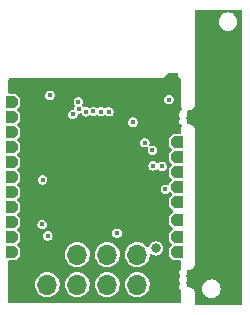
<source format=gbr>
%TF.GenerationSoftware,KiCad,Pcbnew,(5.99.0-10506-gb986797469)*%
%TF.CreationDate,2022-01-12T00:10:20+01:00*%
%TF.ProjectId,ESP31_V3,45535033-315f-4563-932e-6b696361645f,rev?*%
%TF.SameCoordinates,Original*%
%TF.FileFunction,Copper,L2,Inr*%
%TF.FilePolarity,Positive*%
%FSLAX46Y46*%
G04 Gerber Fmt 4.6, Leading zero omitted, Abs format (unit mm)*
G04 Created by KiCad (PCBNEW (5.99.0-10506-gb986797469)) date 2022-01-12 00:10:20*
%MOMM*%
%LPD*%
G01*
G04 APERTURE LIST*
G04 Aperture macros list*
%AMOutline5P*
0 Free polygon, 5 corners , with rotation*
0 The origin of the aperture is its center*
0 number of corners: always 8*
0 $1 to $10 corner X, Y*
0 $11 Rotation angle, in degrees counterclockwise*
0 create outline with 8 corners*
4,1,5,$1,$2,$3,$4,$5,$6,$7,$8,$9,$10,$1,$2,$11*%
%AMOutline6P*
0 Free polygon, 6 corners , with rotation*
0 The origin of the aperture is its center*
0 number of corners: always 6*
0 $1 to $12 corner X, Y*
0 $13 Rotation angle, in degrees counterclockwise*
0 create outline with 6 corners*
4,1,6,$1,$2,$3,$4,$5,$6,$7,$8,$9,$10,$11,$12,$1,$2,$13*%
%AMOutline7P*
0 Free polygon, 7 corners , with rotation*
0 The origin of the aperture is its center*
0 number of corners: always 7*
0 $1 to $14 corner X, Y*
0 $15 Rotation angle, in degrees counterclockwise*
0 create outline with 7 corners*
4,1,7,$1,$2,$3,$4,$5,$6,$7,$8,$9,$10,$11,$12,$13,$14,$1,$2,$15*%
%AMOutline8P*
0 Free polygon, 8 corners , with rotation*
0 The origin of the aperture is its center*
0 number of corners: always 8*
0 $1 to $16 corner X, Y*
0 $17 Rotation angle, in degrees counterclockwise*
0 create outline with 8 corners*
4,1,8,$1,$2,$3,$4,$5,$6,$7,$8,$9,$10,$11,$12,$13,$14,$15,$16,$1,$2,$17*%
G04 Aperture macros list end*
%TA.AperFunction,ComponentPad*%
%ADD10Outline6P,0.250000X-0.500000X-0.500000X-0.500000X-0.500000X0.500000X0.250000X0.500000X0.500000X0.250000X0.500000X-0.250000X180.000000*%
%TD*%
%TA.AperFunction,ComponentPad*%
%ADD11Outline6P,0.250000X-0.500000X-0.500000X-0.500000X-0.500000X0.500000X0.250000X0.500000X0.500000X0.250000X0.500000X-0.250000X0.000000*%
%TD*%
%TA.AperFunction,ComponentPad*%
%ADD12R,0.900000X0.500000*%
%TD*%
%TA.AperFunction,ComponentPad*%
%ADD13R,1.700000X1.700000*%
%TD*%
%TA.AperFunction,ComponentPad*%
%ADD14O,1.700000X1.700000*%
%TD*%
%TA.AperFunction,ViaPad*%
%ADD15C,0.400000*%
%TD*%
%TA.AperFunction,ViaPad*%
%ADD16C,0.800000*%
%TD*%
G04 APERTURE END LIST*
D10*
%TO.N,/IO5*%
%TO.C,J5*%
X118500000Y-107780000D03*
%TD*%
%TO.N,/IO21*%
%TO.C,J10*%
X118500000Y-101180000D03*
%TD*%
%TO.N,/IO10*%
%TO.C,J7*%
X118500000Y-109230000D03*
%TD*%
D11*
%TO.N,/IO34*%
%TO.C,J18*%
X104500000Y-102870000D03*
%TD*%
D10*
%TO.N,/IO19*%
%TO.C,J9*%
X118500000Y-103720000D03*
%TD*%
%TO.N,/IO9*%
%TO.C,J6*%
X118500000Y-110500000D03*
%TD*%
%TO.N,/IO23*%
%TO.C,J12*%
X118500000Y-104990000D03*
%TD*%
D11*
%TO.N,/IO35*%
%TO.C,J19*%
X104500000Y-100330000D03*
%TD*%
%TO.N,/IO25*%
%TO.C,J13*%
X104500000Y-107950000D03*
%TD*%
%TO.N,/IO27*%
%TO.C,J15*%
X104500000Y-110490000D03*
%TD*%
%TO.N,/IO33*%
%TO.C,J17*%
X104500000Y-106680000D03*
%TD*%
%TO.N,/IO26*%
%TO.C,J14*%
X104500000Y-109220000D03*
%TD*%
D10*
%TO.N,/IO18*%
%TO.C,J8*%
X118500000Y-106260000D03*
%TD*%
D12*
%TO.N,GND*%
%TO.C,AE1*%
X118150000Y-95625000D03*
%TD*%
D11*
%TO.N,/CAPN*%
%TO.C,J3*%
X104500000Y-105410000D03*
%TD*%
%TO.N,/SENS_VN*%
%TO.C,J4*%
X104500000Y-104140000D03*
%TD*%
D10*
%TO.N,/IO22*%
%TO.C,J11*%
X118500000Y-102450000D03*
%TD*%
D11*
%TO.N,/SENS_VP*%
%TO.C,J1*%
X104500000Y-97790000D03*
%TD*%
%TO.N,/IO32*%
%TO.C,J16*%
X104500000Y-101600000D03*
%TD*%
%TO.N,/CAPP*%
%TO.C,J2*%
X104500000Y-99060000D03*
%TD*%
D13*
%TO.N,GND*%
%TO.C,J20*%
X107500000Y-110725000D03*
D14*
%TO.N,/IO1*%
X107500000Y-113265000D03*
%TO.N,/IO2*%
X110040000Y-110725000D03*
%TO.N,/IO4*%
X110040000Y-113265000D03*
%TO.N,/IO0*%
X112580000Y-110725000D03*
%TO.N,/EN*%
X112580000Y-113265000D03*
%TO.N,/IO3*%
X115120000Y-110725000D03*
%TO.N,VIN*%
X115120000Y-113265000D03*
%TD*%
D15*
%TO.N,GND*%
X117350000Y-96150000D03*
X112889765Y-108410228D03*
X116130000Y-97680000D03*
X105500000Y-99300000D03*
X109100000Y-109150000D03*
X113900000Y-97100000D03*
X104550000Y-96200000D03*
X113550000Y-96200000D03*
X114850000Y-98150000D03*
X108580000Y-107330000D03*
X118500000Y-98500000D03*
X116530000Y-97200000D03*
X116750000Y-96050000D03*
X111500000Y-103000000D03*
X106650000Y-98200000D03*
X114200000Y-108900000D03*
X108508800Y-97256600D03*
X116500000Y-111100000D03*
X104500000Y-113750000D03*
X110500000Y-102000000D03*
X108740000Y-113670000D03*
X118500000Y-97750000D03*
X118500000Y-100000000D03*
X115350000Y-96050000D03*
X116750000Y-96600000D03*
X115150000Y-96600000D03*
X109900000Y-107400000D03*
X112500000Y-102000000D03*
X112500000Y-104000000D03*
X118500000Y-96250000D03*
X111750000Y-96200000D03*
X118500000Y-99250000D03*
X114503200Y-96800000D03*
X114400000Y-96200000D03*
X113374500Y-97587566D03*
X110150000Y-96200000D03*
X118500000Y-112750000D03*
X104500000Y-112750000D03*
X113621581Y-109899011D03*
X118500000Y-97000000D03*
X110500000Y-104000000D03*
X118500000Y-113750000D03*
X115450000Y-98050000D03*
X114450000Y-98700000D03*
%TO.N,/EN*%
X107725000Y-97227600D03*
X110162095Y-98373291D03*
%TO.N,+3V3*%
X110124000Y-97775000D03*
X114750000Y-99500000D03*
X113400000Y-108900000D03*
X116396800Y-101896800D03*
X115750000Y-101250000D03*
X107100000Y-104400000D03*
X117495701Y-105195701D03*
%TO.N,/IO1*%
X116464297Y-103214297D03*
%TO.N,/IO2*%
X107069740Y-108169740D03*
X117800000Y-97600000D03*
%TO.N,/IO4*%
X107542579Y-109142578D03*
%TO.N,/IO3*%
X117211935Y-103241894D03*
D16*
%TO.N,Net-(C1-Pad2)*%
X116700000Y-110200000D03*
D15*
%TO.N,/SENS_VN*%
X110808929Y-98625870D03*
%TO.N,/SENS_VP*%
X112700500Y-98625000D03*
%TO.N,/CAPP*%
X112057502Y-98617052D03*
%TO.N,/CAPN*%
X111408098Y-98605879D03*
%TO.N,/IO34*%
X109668798Y-98858724D03*
%TD*%
%TA.AperFunction,NonConductor*%
G36*
X123959191Y-90018907D02*
G01*
X123995155Y-90068407D01*
X124000000Y-90099000D01*
X124000000Y-114901000D01*
X123981093Y-114959191D01*
X123931593Y-114995155D01*
X123901000Y-115000000D01*
X120099000Y-115000000D01*
X120040809Y-114981093D01*
X120004845Y-114931593D01*
X120000000Y-114901000D01*
X120000000Y-114025613D01*
X120001957Y-114009265D01*
X120005286Y-114007741D01*
X120002667Y-113936096D01*
X120004416Y-113934687D01*
X120002359Y-113927681D01*
X120002092Y-113920381D01*
X119999985Y-113919597D01*
X119964095Y-113797364D01*
X119965583Y-113795221D01*
X119961685Y-113789156D01*
X119959654Y-113782238D01*
X119957060Y-113781959D01*
X119888207Y-113674820D01*
X119889031Y-113672346D01*
X119883583Y-113667626D01*
X119879684Y-113661558D01*
X119877116Y-113662021D01*
X119850844Y-113639256D01*
X119799243Y-113594544D01*
X120618519Y-113594544D01*
X120636731Y-113767816D01*
X120692878Y-113932747D01*
X120784170Y-114081139D01*
X120906069Y-114205619D01*
X120910723Y-114208618D01*
X120910725Y-114208620D01*
X121047866Y-114297001D01*
X121052518Y-114299999D01*
X121216236Y-114359588D01*
X121350111Y-114376500D01*
X121444575Y-114376500D01*
X121468451Y-114373822D01*
X121567643Y-114362696D01*
X121567647Y-114362695D01*
X121573140Y-114362079D01*
X121737675Y-114304782D01*
X121885427Y-114212456D01*
X122009053Y-114089691D01*
X122102408Y-113942587D01*
X122160852Y-113778456D01*
X122181481Y-113605456D01*
X122163269Y-113432184D01*
X122107122Y-113267253D01*
X122015830Y-113118861D01*
X121893931Y-112994381D01*
X121889277Y-112991382D01*
X121889275Y-112991380D01*
X121752134Y-112902999D01*
X121747482Y-112900001D01*
X121583764Y-112840412D01*
X121449889Y-112823500D01*
X121355425Y-112823500D01*
X121331549Y-112826178D01*
X121232357Y-112837304D01*
X121232353Y-112837305D01*
X121226860Y-112837921D01*
X121062325Y-112895218D01*
X120914573Y-112987544D01*
X120871554Y-113030263D01*
X120800233Y-113101088D01*
X120790947Y-113110309D01*
X120697592Y-113257413D01*
X120639148Y-113421544D01*
X120638493Y-113427037D01*
X120621068Y-113573171D01*
X120618519Y-113594544D01*
X119799243Y-113594544D01*
X119789322Y-113585948D01*
X119789321Y-113585947D01*
X119780868Y-113578623D01*
X119780962Y-113576016D01*
X119774403Y-113573021D01*
X119768954Y-113568299D01*
X119766621Y-113569467D01*
X119664221Y-113522702D01*
X119660939Y-113521203D01*
X119660937Y-113521203D01*
X119650776Y-113516562D01*
X119650131Y-113514034D01*
X119642994Y-113513008D01*
X119636436Y-113510013D01*
X119634527Y-113511790D01*
X119508468Y-113493666D01*
X119507137Y-113491422D01*
X119500000Y-113492448D01*
X119492863Y-113491422D01*
X119491532Y-113493666D01*
X119465499Y-113497409D01*
X119405210Y-113486976D01*
X119362568Y-113443098D01*
X119352779Y-113390876D01*
X119353698Y-113380263D01*
X119353698Y-113380261D01*
X119354404Y-113372108D01*
X119326262Y-113258814D01*
X119262939Y-113160744D01*
X119262502Y-113160399D01*
X119238992Y-113108326D01*
X119251401Y-113048413D01*
X119264697Y-113030263D01*
X119291574Y-113001188D01*
X119297130Y-112995178D01*
X119300438Y-112987695D01*
X119300440Y-112987692D01*
X119341023Y-112895893D01*
X119341024Y-112895890D01*
X119344331Y-112888409D01*
X119349573Y-112827892D01*
X119353698Y-112780261D01*
X119353698Y-112780260D01*
X119354404Y-112772108D01*
X119326262Y-112658814D01*
X119262939Y-112560744D01*
X119262502Y-112560399D01*
X119238992Y-112508326D01*
X119251401Y-112448413D01*
X119264697Y-112430263D01*
X119291574Y-112401188D01*
X119297130Y-112395178D01*
X119300438Y-112387695D01*
X119300440Y-112387692D01*
X119341023Y-112295893D01*
X119341024Y-112295890D01*
X119344331Y-112288409D01*
X119349573Y-112227892D01*
X119353698Y-112180261D01*
X119353698Y-112180260D01*
X119354404Y-112172108D01*
X119342093Y-112122546D01*
X119346414Y-112061513D01*
X119385785Y-112014677D01*
X119445166Y-111999927D01*
X119452262Y-112000688D01*
X119491532Y-112006334D01*
X119492863Y-112008578D01*
X119500000Y-112007552D01*
X119507137Y-112008578D01*
X119508468Y-112006334D01*
X119634527Y-111988210D01*
X119636436Y-111989987D01*
X119642994Y-111986992D01*
X119650131Y-111985966D01*
X119650776Y-111983438D01*
X119700469Y-111960744D01*
X119756455Y-111935176D01*
X119756456Y-111935175D01*
X119766621Y-111930533D01*
X119768954Y-111931701D01*
X119774403Y-111926979D01*
X119780962Y-111923984D01*
X119780868Y-111921377D01*
X119785894Y-111917022D01*
X119785896Y-111917021D01*
X119847470Y-111863667D01*
X119877116Y-111837979D01*
X119879684Y-111838442D01*
X119883583Y-111832374D01*
X119889031Y-111827654D01*
X119888207Y-111825180D01*
X119957060Y-111718041D01*
X119959654Y-111717762D01*
X119961685Y-111710844D01*
X119965583Y-111704779D01*
X119964095Y-111702636D01*
X119999985Y-111580403D01*
X120002092Y-111579619D01*
X120002359Y-111572319D01*
X120004416Y-111565313D01*
X120002667Y-111563904D01*
X120005286Y-111492259D01*
X120001833Y-111490678D01*
X120000000Y-111477559D01*
X120000000Y-100225613D01*
X120001957Y-100209265D01*
X120005286Y-100207741D01*
X120002667Y-100136096D01*
X120004416Y-100134687D01*
X120002359Y-100127681D01*
X120002092Y-100120381D01*
X119999985Y-100119597D01*
X119964095Y-99997364D01*
X119965583Y-99995221D01*
X119961685Y-99989156D01*
X119959654Y-99982238D01*
X119957060Y-99981959D01*
X119888207Y-99874820D01*
X119889031Y-99872346D01*
X119883583Y-99867626D01*
X119879684Y-99861558D01*
X119877116Y-99862021D01*
X119780868Y-99778623D01*
X119780962Y-99776016D01*
X119774403Y-99773021D01*
X119768954Y-99768299D01*
X119766621Y-99769467D01*
X119760571Y-99766704D01*
X119660939Y-99721203D01*
X119660937Y-99721203D01*
X119650776Y-99716562D01*
X119650131Y-99714034D01*
X119642994Y-99713008D01*
X119636436Y-99710013D01*
X119634527Y-99711790D01*
X119508468Y-99693666D01*
X119507137Y-99691422D01*
X119500000Y-99692448D01*
X119492863Y-99691422D01*
X119491532Y-99693666D01*
X119414335Y-99704765D01*
X119354046Y-99694332D01*
X119311403Y-99650454D01*
X119302696Y-99589891D01*
X119309700Y-99566744D01*
X119341023Y-99495893D01*
X119341024Y-99495890D01*
X119344331Y-99488409D01*
X119349573Y-99427892D01*
X119353698Y-99380261D01*
X119353698Y-99380260D01*
X119354404Y-99372108D01*
X119326262Y-99258814D01*
X119262939Y-99160744D01*
X119262502Y-99160399D01*
X119238992Y-99108326D01*
X119251401Y-99048413D01*
X119264697Y-99030263D01*
X119291574Y-99001188D01*
X119297130Y-98995178D01*
X119300438Y-98987695D01*
X119300440Y-98987692D01*
X119341023Y-98895893D01*
X119341024Y-98895890D01*
X119344331Y-98888409D01*
X119349573Y-98827892D01*
X119353698Y-98780261D01*
X119353698Y-98780260D01*
X119354404Y-98772108D01*
X119326262Y-98658814D01*
X119318742Y-98647167D01*
X119303062Y-98588026D01*
X119325138Y-98530963D01*
X119376540Y-98497773D01*
X119416000Y-98495475D01*
X119466975Y-98502803D01*
X119491532Y-98506334D01*
X119492863Y-98508578D01*
X119500000Y-98507552D01*
X119507137Y-98508578D01*
X119508468Y-98506334D01*
X119634527Y-98488210D01*
X119636436Y-98489987D01*
X119642994Y-98486992D01*
X119650131Y-98485966D01*
X119650776Y-98483438D01*
X119664221Y-98477298D01*
X119756455Y-98435176D01*
X119756456Y-98435175D01*
X119766621Y-98430533D01*
X119768954Y-98431701D01*
X119774403Y-98426979D01*
X119780962Y-98423984D01*
X119780868Y-98421377D01*
X119785894Y-98417022D01*
X119785896Y-98417021D01*
X119834054Y-98375291D01*
X119877116Y-98337979D01*
X119879684Y-98338442D01*
X119883583Y-98332374D01*
X119889031Y-98327654D01*
X119888207Y-98325180D01*
X119957060Y-98218041D01*
X119959654Y-98217762D01*
X119961685Y-98210844D01*
X119965583Y-98204779D01*
X119964095Y-98202636D01*
X119999985Y-98080403D01*
X120002092Y-98079619D01*
X120002359Y-98072319D01*
X120004416Y-98065313D01*
X120002667Y-98063904D01*
X120005286Y-97992259D01*
X120001833Y-97990678D01*
X120000000Y-97977559D01*
X120000000Y-90994544D01*
X122018519Y-90994544D01*
X122036731Y-91167816D01*
X122092878Y-91332747D01*
X122184170Y-91481139D01*
X122306069Y-91605619D01*
X122310723Y-91608618D01*
X122310725Y-91608620D01*
X122447866Y-91697001D01*
X122452518Y-91699999D01*
X122616236Y-91759588D01*
X122750111Y-91776500D01*
X122844575Y-91776500D01*
X122868451Y-91773822D01*
X122967643Y-91762696D01*
X122967647Y-91762695D01*
X122973140Y-91762079D01*
X123137675Y-91704782D01*
X123285427Y-91612456D01*
X123409053Y-91489691D01*
X123502408Y-91342587D01*
X123560852Y-91178456D01*
X123581481Y-91005456D01*
X123563269Y-90832184D01*
X123507122Y-90667253D01*
X123415830Y-90518861D01*
X123293931Y-90394381D01*
X123289277Y-90391382D01*
X123289275Y-90391380D01*
X123152134Y-90302999D01*
X123147482Y-90300001D01*
X122983764Y-90240412D01*
X122849889Y-90223500D01*
X122755425Y-90223500D01*
X122731549Y-90226178D01*
X122632357Y-90237304D01*
X122632353Y-90237305D01*
X122626860Y-90237921D01*
X122462325Y-90295218D01*
X122314573Y-90387544D01*
X122190947Y-90510309D01*
X122097592Y-90657413D01*
X122039148Y-90821544D01*
X122018519Y-90994544D01*
X120000000Y-90994544D01*
X120000000Y-90099000D01*
X120018907Y-90040809D01*
X120068407Y-90004845D01*
X120099000Y-90000000D01*
X123901000Y-90000000D01*
X123959191Y-90018907D01*
G37*
%TD.AperFunction*%
%TA.AperFunction,Conductor*%
%TO.N,GND*%
G36*
X118417774Y-95418907D02*
G01*
X118428869Y-95428286D01*
X118770286Y-95762806D01*
X118798618Y-95817036D01*
X118800000Y-95833520D01*
X118800000Y-97946418D01*
X118798228Y-97965063D01*
X118794329Y-97985395D01*
X118794534Y-97990994D01*
X118796157Y-98035375D01*
X118793067Y-98035488D01*
X118793232Y-98037213D01*
X118795457Y-98037080D01*
X118795457Y-98037082D01*
X118797360Y-98069002D01*
X118797466Y-98071202D01*
X118798553Y-98100909D01*
X118799467Y-98104335D01*
X118799689Y-98108052D01*
X118801265Y-98113421D01*
X118801266Y-98113424D01*
X118807806Y-98135697D01*
X118808467Y-98138057D01*
X118816842Y-98169434D01*
X118813845Y-98170234D01*
X118814175Y-98172146D01*
X118818164Y-98170974D01*
X118818165Y-98170975D01*
X118834816Y-98227683D01*
X118835009Y-98228619D01*
X118834443Y-98234073D01*
X118845714Y-98265419D01*
X118847537Y-98271008D01*
X118852389Y-98287532D01*
X118855099Y-98292379D01*
X118855883Y-98294245D01*
X118856604Y-98295708D01*
X118858499Y-98300976D01*
X118861526Y-98305686D01*
X118861527Y-98305688D01*
X118867700Y-98315294D01*
X118870823Y-98320497D01*
X118886524Y-98348575D01*
X118898422Y-98408593D01*
X118872771Y-98464141D01*
X118847128Y-98484019D01*
X118782112Y-98519100D01*
X118776559Y-98525108D01*
X118776558Y-98525108D01*
X118767540Y-98534864D01*
X118702870Y-98604822D01*
X118699562Y-98612305D01*
X118699560Y-98612308D01*
X118658977Y-98704107D01*
X118658976Y-98704110D01*
X118655669Y-98711591D01*
X118654963Y-98719739D01*
X118654963Y-98719740D01*
X118649928Y-98777871D01*
X118645596Y-98827892D01*
X118647569Y-98835834D01*
X118647569Y-98835836D01*
X118655987Y-98869723D01*
X118673738Y-98941186D01*
X118678177Y-98948060D01*
X118678177Y-98948061D01*
X118684247Y-98957462D01*
X118737061Y-99039256D01*
X118737498Y-99039601D01*
X118761008Y-99091674D01*
X118748599Y-99151587D01*
X118735304Y-99169736D01*
X118702870Y-99204822D01*
X118699562Y-99212305D01*
X118699560Y-99212308D01*
X118658977Y-99304107D01*
X118658976Y-99304110D01*
X118655669Y-99311591D01*
X118654963Y-99319739D01*
X118654963Y-99319740D01*
X118646302Y-99419739D01*
X118645596Y-99427892D01*
X118647569Y-99435834D01*
X118647569Y-99435836D01*
X118668672Y-99520792D01*
X118673738Y-99541186D01*
X118737061Y-99639256D01*
X118743486Y-99644321D01*
X118743487Y-99644322D01*
X118782899Y-99675391D01*
X118828737Y-99711527D01*
X118836459Y-99714239D01*
X118843628Y-99718180D01*
X118842236Y-99720711D01*
X118880092Y-99749608D01*
X118897617Y-99808230D01*
X118884968Y-99854357D01*
X118870942Y-99879337D01*
X118867903Y-99884391D01*
X118861603Y-99894193D01*
X118861601Y-99894197D01*
X118858603Y-99898862D01*
X118856717Y-99904078D01*
X118855811Y-99905911D01*
X118855182Y-99907405D01*
X118852443Y-99912283D01*
X118850867Y-99917652D01*
X118850864Y-99917658D01*
X118847645Y-99928621D01*
X118845758Y-99934387D01*
X118838278Y-99955076D01*
X118838277Y-99955081D01*
X118834488Y-99965562D01*
X118835061Y-99971175D01*
X118834844Y-99972221D01*
X118818219Y-100028841D01*
X118815264Y-100027973D01*
X118814873Y-100029664D01*
X118817014Y-100030239D01*
X118808707Y-100061145D01*
X118808093Y-100063327D01*
X118799744Y-100091763D01*
X118799527Y-100095303D01*
X118798560Y-100098899D01*
X118798355Y-100104498D01*
X118798355Y-100104500D01*
X118797507Y-100127699D01*
X118797388Y-100130137D01*
X118795397Y-100162555D01*
X118792301Y-100162365D01*
X118792008Y-100164283D01*
X118796164Y-100164435D01*
X118794336Y-100214413D01*
X118795372Y-100219865D01*
X118798261Y-100235074D01*
X118800000Y-100253551D01*
X118800000Y-100380500D01*
X118781093Y-100438691D01*
X118731593Y-100474655D01*
X118701000Y-100479500D01*
X118166950Y-100479500D01*
X117799500Y-100846950D01*
X117799500Y-101513050D01*
X118031446Y-101744996D01*
X118059223Y-101799513D01*
X118049652Y-101859945D01*
X118031446Y-101885004D01*
X117799500Y-102116950D01*
X117799500Y-102783050D01*
X118031446Y-103014996D01*
X118059223Y-103069513D01*
X118049652Y-103129945D01*
X118031446Y-103155004D01*
X117799500Y-103386950D01*
X117799500Y-104053050D01*
X118031446Y-104284996D01*
X118059223Y-104339513D01*
X118049652Y-104399945D01*
X118031446Y-104425004D01*
X117799500Y-104656950D01*
X117799500Y-104739441D01*
X117780593Y-104797632D01*
X117731093Y-104833596D01*
X117669907Y-104833596D01*
X117655555Y-104827651D01*
X117627947Y-104813584D01*
X117621007Y-104810048D01*
X117613313Y-104808829D01*
X117613312Y-104808829D01*
X117503397Y-104791420D01*
X117495701Y-104790201D01*
X117488005Y-104791420D01*
X117378090Y-104808829D01*
X117378089Y-104808829D01*
X117370395Y-104810048D01*
X117363455Y-104813584D01*
X117264293Y-104864109D01*
X117264291Y-104864110D01*
X117257354Y-104867645D01*
X117167645Y-104957354D01*
X117110048Y-105070395D01*
X117090201Y-105195701D01*
X117110048Y-105321007D01*
X117167645Y-105434048D01*
X117257354Y-105523757D01*
X117264291Y-105527292D01*
X117264293Y-105527293D01*
X117318664Y-105554996D01*
X117370395Y-105581354D01*
X117378089Y-105582573D01*
X117378090Y-105582573D01*
X117488005Y-105599982D01*
X117495701Y-105601201D01*
X117503397Y-105599982D01*
X117613312Y-105582573D01*
X117613313Y-105582573D01*
X117621007Y-105581354D01*
X117672738Y-105554996D01*
X117727109Y-105527293D01*
X117727111Y-105527292D01*
X117734048Y-105523757D01*
X117739554Y-105518251D01*
X117739558Y-105518248D01*
X117797125Y-105460682D01*
X117851642Y-105432905D01*
X117912074Y-105442477D01*
X117937132Y-105460682D01*
X118031446Y-105554996D01*
X118059223Y-105609513D01*
X118049652Y-105669945D01*
X118031446Y-105695004D01*
X117799500Y-105926950D01*
X117799500Y-106593050D01*
X118156446Y-106949996D01*
X118184223Y-107004513D01*
X118174652Y-107064945D01*
X118156446Y-107090004D01*
X117799500Y-107446950D01*
X117799500Y-108113050D01*
X118121446Y-108434996D01*
X118149223Y-108489513D01*
X118139652Y-108549945D01*
X118121446Y-108575004D01*
X117799500Y-108896950D01*
X117799500Y-109563050D01*
X118031446Y-109794996D01*
X118059223Y-109849513D01*
X118049652Y-109909945D01*
X118031446Y-109935004D01*
X117799500Y-110166950D01*
X117799500Y-110833050D01*
X118166950Y-111200500D01*
X118701000Y-111200500D01*
X118759191Y-111219407D01*
X118795155Y-111268907D01*
X118800000Y-111299500D01*
X118800000Y-111446418D01*
X118798228Y-111465063D01*
X118794329Y-111485395D01*
X118794534Y-111490994D01*
X118796157Y-111535375D01*
X118793067Y-111535488D01*
X118793232Y-111537213D01*
X118795457Y-111537080D01*
X118795457Y-111537082D01*
X118797360Y-111569002D01*
X118797466Y-111571202D01*
X118798553Y-111600909D01*
X118799467Y-111604335D01*
X118799689Y-111608052D01*
X118801265Y-111613421D01*
X118801266Y-111613424D01*
X118807806Y-111635697D01*
X118808467Y-111638057D01*
X118816842Y-111669434D01*
X118813845Y-111670234D01*
X118814175Y-111672146D01*
X118818164Y-111670974D01*
X118818165Y-111670975D01*
X118834816Y-111727683D01*
X118835009Y-111728619D01*
X118834443Y-111734073D01*
X118845714Y-111765419D01*
X118847537Y-111771008D01*
X118852389Y-111787533D01*
X118850824Y-111787993D01*
X118855328Y-111841728D01*
X118823625Y-111894060D01*
X118805960Y-111906232D01*
X118782112Y-111919100D01*
X118702870Y-112004822D01*
X118699562Y-112012305D01*
X118699560Y-112012308D01*
X118658977Y-112104107D01*
X118658976Y-112104110D01*
X118655669Y-112111591D01*
X118654963Y-112119739D01*
X118654963Y-112119740D01*
X118647324Y-112207937D01*
X118645596Y-112227892D01*
X118647569Y-112235834D01*
X118647569Y-112235836D01*
X118662085Y-112294273D01*
X118673738Y-112341186D01*
X118678177Y-112348060D01*
X118678177Y-112348061D01*
X118703739Y-112387650D01*
X118737061Y-112439256D01*
X118737498Y-112439601D01*
X118761008Y-112491674D01*
X118748599Y-112551587D01*
X118735304Y-112569736D01*
X118702870Y-112604822D01*
X118699562Y-112612305D01*
X118699560Y-112612308D01*
X118658977Y-112704107D01*
X118658976Y-112704110D01*
X118655669Y-112711591D01*
X118654963Y-112719739D01*
X118654963Y-112719740D01*
X118646302Y-112819739D01*
X118645596Y-112827892D01*
X118673738Y-112941186D01*
X118737061Y-113039256D01*
X118737498Y-113039601D01*
X118761008Y-113091674D01*
X118748599Y-113151587D01*
X118735304Y-113169736D01*
X118702870Y-113204822D01*
X118699562Y-113212305D01*
X118699560Y-113212308D01*
X118658977Y-113304107D01*
X118658976Y-113304110D01*
X118655669Y-113311591D01*
X118654963Y-113319739D01*
X118654963Y-113319740D01*
X118654018Y-113330648D01*
X118645596Y-113427892D01*
X118647569Y-113435834D01*
X118647569Y-113435836D01*
X118661525Y-113492018D01*
X118673738Y-113541186D01*
X118737061Y-113639256D01*
X118743486Y-113644321D01*
X118743487Y-113644322D01*
X118795614Y-113685415D01*
X118829607Y-113736289D01*
X118829314Y-113791052D01*
X118818219Y-113828840D01*
X118815264Y-113827972D01*
X118814873Y-113829664D01*
X118817014Y-113830239D01*
X118808707Y-113861145D01*
X118808093Y-113863327D01*
X118799744Y-113891763D01*
X118799527Y-113895303D01*
X118798560Y-113898899D01*
X118798355Y-113904498D01*
X118798355Y-113904500D01*
X118797507Y-113927699D01*
X118797388Y-113930137D01*
X118795397Y-113962555D01*
X118792301Y-113962365D01*
X118792008Y-113964283D01*
X118796164Y-113964435D01*
X118794336Y-114014413D01*
X118795372Y-114019865D01*
X118798261Y-114035074D01*
X118800000Y-114053551D01*
X118800000Y-114701000D01*
X118781093Y-114759191D01*
X118731593Y-114795155D01*
X118701000Y-114800000D01*
X104299000Y-114800000D01*
X104240809Y-114781093D01*
X104204845Y-114731593D01*
X104200000Y-114701000D01*
X104200000Y-113250263D01*
X106444603Y-113250263D01*
X106448548Y-113297240D01*
X106460809Y-113443257D01*
X106461840Y-113455538D01*
X106463173Y-113460186D01*
X106463173Y-113460187D01*
X106514521Y-113639256D01*
X106518621Y-113653555D01*
X106612782Y-113836773D01*
X106740737Y-113998212D01*
X106744417Y-114001344D01*
X106744419Y-114001346D01*
X106805760Y-114053551D01*
X106897612Y-114131723D01*
X106901835Y-114134083D01*
X106901839Y-114134086D01*
X106947243Y-114159461D01*
X107077432Y-114232221D01*
X107082030Y-114233715D01*
X107268742Y-114294382D01*
X107268745Y-114294383D01*
X107273347Y-114295878D01*
X107477895Y-114320269D01*
X107482717Y-114319898D01*
X107482720Y-114319898D01*
X107678458Y-114304837D01*
X107678463Y-114304836D01*
X107683286Y-114304465D01*
X107881695Y-114249068D01*
X107912089Y-114233715D01*
X108061244Y-114158371D01*
X108061246Y-114158370D01*
X108065565Y-114156188D01*
X108227893Y-114029363D01*
X108231055Y-114025700D01*
X108231060Y-114025695D01*
X108340341Y-113899091D01*
X108362496Y-113873424D01*
X108369472Y-113861145D01*
X108461858Y-113698517D01*
X108461859Y-113698514D01*
X108464247Y-113694311D01*
X108467207Y-113685415D01*
X108527743Y-113503435D01*
X108527743Y-113503433D01*
X108529270Y-113498844D01*
X108530133Y-113492018D01*
X108551896Y-113319740D01*
X108555088Y-113294471D01*
X108555131Y-113291440D01*
X108555461Y-113267776D01*
X108555500Y-113265000D01*
X108555230Y-113262244D01*
X108554055Y-113250263D01*
X108984603Y-113250263D01*
X108988548Y-113297240D01*
X109000809Y-113443257D01*
X109001840Y-113455538D01*
X109003173Y-113460186D01*
X109003173Y-113460187D01*
X109054521Y-113639256D01*
X109058621Y-113653555D01*
X109152782Y-113836773D01*
X109280737Y-113998212D01*
X109284417Y-114001344D01*
X109284419Y-114001346D01*
X109345760Y-114053551D01*
X109437612Y-114131723D01*
X109441835Y-114134083D01*
X109441839Y-114134086D01*
X109487243Y-114159461D01*
X109617432Y-114232221D01*
X109622030Y-114233715D01*
X109808742Y-114294382D01*
X109808745Y-114294383D01*
X109813347Y-114295878D01*
X110017895Y-114320269D01*
X110022717Y-114319898D01*
X110022720Y-114319898D01*
X110218458Y-114304837D01*
X110218463Y-114304836D01*
X110223286Y-114304465D01*
X110421695Y-114249068D01*
X110452089Y-114233715D01*
X110601244Y-114158371D01*
X110601246Y-114158370D01*
X110605565Y-114156188D01*
X110767893Y-114029363D01*
X110771055Y-114025700D01*
X110771060Y-114025695D01*
X110880341Y-113899091D01*
X110902496Y-113873424D01*
X110909472Y-113861145D01*
X111001858Y-113698517D01*
X111001859Y-113698514D01*
X111004247Y-113694311D01*
X111007207Y-113685415D01*
X111067743Y-113503435D01*
X111067743Y-113503433D01*
X111069270Y-113498844D01*
X111070133Y-113492018D01*
X111091896Y-113319740D01*
X111095088Y-113294471D01*
X111095131Y-113291440D01*
X111095461Y-113267776D01*
X111095500Y-113265000D01*
X111095230Y-113262244D01*
X111094055Y-113250263D01*
X111524603Y-113250263D01*
X111528548Y-113297240D01*
X111540809Y-113443257D01*
X111541840Y-113455538D01*
X111543173Y-113460186D01*
X111543173Y-113460187D01*
X111594521Y-113639256D01*
X111598621Y-113653555D01*
X111692782Y-113836773D01*
X111820737Y-113998212D01*
X111824417Y-114001344D01*
X111824419Y-114001346D01*
X111885760Y-114053551D01*
X111977612Y-114131723D01*
X111981835Y-114134083D01*
X111981839Y-114134086D01*
X112027243Y-114159461D01*
X112157432Y-114232221D01*
X112162030Y-114233715D01*
X112348742Y-114294382D01*
X112348745Y-114294383D01*
X112353347Y-114295878D01*
X112557895Y-114320269D01*
X112562717Y-114319898D01*
X112562720Y-114319898D01*
X112758458Y-114304837D01*
X112758463Y-114304836D01*
X112763286Y-114304465D01*
X112961695Y-114249068D01*
X112992089Y-114233715D01*
X113141244Y-114158371D01*
X113141246Y-114158370D01*
X113145565Y-114156188D01*
X113307893Y-114029363D01*
X113311055Y-114025700D01*
X113311060Y-114025695D01*
X113420341Y-113899091D01*
X113442496Y-113873424D01*
X113449472Y-113861145D01*
X113541858Y-113698517D01*
X113541859Y-113698514D01*
X113544247Y-113694311D01*
X113547207Y-113685415D01*
X113607743Y-113503435D01*
X113607743Y-113503433D01*
X113609270Y-113498844D01*
X113610133Y-113492018D01*
X113631896Y-113319740D01*
X113635088Y-113294471D01*
X113635131Y-113291440D01*
X113635461Y-113267776D01*
X113635500Y-113265000D01*
X113635230Y-113262244D01*
X113634055Y-113250263D01*
X114064603Y-113250263D01*
X114068548Y-113297240D01*
X114080809Y-113443257D01*
X114081840Y-113455538D01*
X114083173Y-113460186D01*
X114083173Y-113460187D01*
X114134521Y-113639256D01*
X114138621Y-113653555D01*
X114232782Y-113836773D01*
X114360737Y-113998212D01*
X114364417Y-114001344D01*
X114364419Y-114001346D01*
X114425760Y-114053551D01*
X114517612Y-114131723D01*
X114521835Y-114134083D01*
X114521839Y-114134086D01*
X114567243Y-114159461D01*
X114697432Y-114232221D01*
X114702030Y-114233715D01*
X114888742Y-114294382D01*
X114888745Y-114294383D01*
X114893347Y-114295878D01*
X115097895Y-114320269D01*
X115102717Y-114319898D01*
X115102720Y-114319898D01*
X115298458Y-114304837D01*
X115298463Y-114304836D01*
X115303286Y-114304465D01*
X115501695Y-114249068D01*
X115532089Y-114233715D01*
X115681244Y-114158371D01*
X115681246Y-114158370D01*
X115685565Y-114156188D01*
X115847893Y-114029363D01*
X115851055Y-114025700D01*
X115851060Y-114025695D01*
X115960341Y-113899091D01*
X115982496Y-113873424D01*
X115989472Y-113861145D01*
X116081858Y-113698517D01*
X116081859Y-113698514D01*
X116084247Y-113694311D01*
X116087207Y-113685415D01*
X116147743Y-113503435D01*
X116147743Y-113503433D01*
X116149270Y-113498844D01*
X116150133Y-113492018D01*
X116171896Y-113319740D01*
X116175088Y-113294471D01*
X116175131Y-113291440D01*
X116175461Y-113267776D01*
X116175500Y-113265000D01*
X116175230Y-113262244D01*
X116155870Y-113064796D01*
X116155869Y-113064792D01*
X116155398Y-113059986D01*
X116152493Y-113050362D01*
X116117132Y-112933243D01*
X116095858Y-112862780D01*
X115999148Y-112680895D01*
X115868952Y-112521259D01*
X115852734Y-112507842D01*
X115713955Y-112393034D01*
X115713953Y-112393033D01*
X115710228Y-112389951D01*
X115529023Y-112291973D01*
X115465952Y-112272449D01*
X115336859Y-112232488D01*
X115336855Y-112232487D01*
X115332238Y-112231058D01*
X115327431Y-112230553D01*
X115327427Y-112230552D01*
X115132185Y-112210032D01*
X115132183Y-112210032D01*
X115127369Y-112209526D01*
X115059372Y-112215714D01*
X114927039Y-112227757D01*
X114927036Y-112227758D01*
X114922219Y-112228196D01*
X114917577Y-112229562D01*
X114917573Y-112229563D01*
X114729250Y-112284989D01*
X114729247Y-112284990D01*
X114724603Y-112286357D01*
X114720309Y-112288602D01*
X114546344Y-112379548D01*
X114546340Y-112379551D01*
X114542047Y-112381795D01*
X114538271Y-112384831D01*
X114538268Y-112384833D01*
X114474744Y-112435908D01*
X114381505Y-112510874D01*
X114308736Y-112597597D01*
X114252202Y-112664971D01*
X114252199Y-112664975D01*
X114249093Y-112668677D01*
X114149853Y-112849194D01*
X114087565Y-113045549D01*
X114064603Y-113250263D01*
X113634055Y-113250263D01*
X113615870Y-113064796D01*
X113615869Y-113064792D01*
X113615398Y-113059986D01*
X113612493Y-113050362D01*
X113577132Y-112933243D01*
X113555858Y-112862780D01*
X113459148Y-112680895D01*
X113328952Y-112521259D01*
X113312734Y-112507842D01*
X113173955Y-112393034D01*
X113173953Y-112393033D01*
X113170228Y-112389951D01*
X112989023Y-112291973D01*
X112925952Y-112272449D01*
X112796859Y-112232488D01*
X112796855Y-112232487D01*
X112792238Y-112231058D01*
X112787431Y-112230553D01*
X112787427Y-112230552D01*
X112592185Y-112210032D01*
X112592183Y-112210032D01*
X112587369Y-112209526D01*
X112519372Y-112215714D01*
X112387039Y-112227757D01*
X112387036Y-112227758D01*
X112382219Y-112228196D01*
X112377577Y-112229562D01*
X112377573Y-112229563D01*
X112189250Y-112284989D01*
X112189247Y-112284990D01*
X112184603Y-112286357D01*
X112180309Y-112288602D01*
X112006344Y-112379548D01*
X112006340Y-112379551D01*
X112002047Y-112381795D01*
X111998271Y-112384831D01*
X111998268Y-112384833D01*
X111934744Y-112435908D01*
X111841505Y-112510874D01*
X111768736Y-112597597D01*
X111712202Y-112664971D01*
X111712199Y-112664975D01*
X111709093Y-112668677D01*
X111609853Y-112849194D01*
X111547565Y-113045549D01*
X111524603Y-113250263D01*
X111094055Y-113250263D01*
X111075870Y-113064796D01*
X111075869Y-113064792D01*
X111075398Y-113059986D01*
X111072493Y-113050362D01*
X111037132Y-112933243D01*
X111015858Y-112862780D01*
X110919148Y-112680895D01*
X110788952Y-112521259D01*
X110772734Y-112507842D01*
X110633955Y-112393034D01*
X110633953Y-112393033D01*
X110630228Y-112389951D01*
X110449023Y-112291973D01*
X110385952Y-112272449D01*
X110256859Y-112232488D01*
X110256855Y-112232487D01*
X110252238Y-112231058D01*
X110247431Y-112230553D01*
X110247427Y-112230552D01*
X110052185Y-112210032D01*
X110052183Y-112210032D01*
X110047369Y-112209526D01*
X109979372Y-112215714D01*
X109847039Y-112227757D01*
X109847036Y-112227758D01*
X109842219Y-112228196D01*
X109837577Y-112229562D01*
X109837573Y-112229563D01*
X109649250Y-112284989D01*
X109649247Y-112284990D01*
X109644603Y-112286357D01*
X109640309Y-112288602D01*
X109466344Y-112379548D01*
X109466340Y-112379551D01*
X109462047Y-112381795D01*
X109458271Y-112384831D01*
X109458268Y-112384833D01*
X109394744Y-112435908D01*
X109301505Y-112510874D01*
X109228736Y-112597597D01*
X109172202Y-112664971D01*
X109172199Y-112664975D01*
X109169093Y-112668677D01*
X109069853Y-112849194D01*
X109007565Y-113045549D01*
X108984603Y-113250263D01*
X108554055Y-113250263D01*
X108535870Y-113064796D01*
X108535869Y-113064792D01*
X108535398Y-113059986D01*
X108532493Y-113050362D01*
X108497132Y-112933243D01*
X108475858Y-112862780D01*
X108379148Y-112680895D01*
X108248952Y-112521259D01*
X108232734Y-112507842D01*
X108093955Y-112393034D01*
X108093953Y-112393033D01*
X108090228Y-112389951D01*
X107909023Y-112291973D01*
X107845952Y-112272449D01*
X107716859Y-112232488D01*
X107716855Y-112232487D01*
X107712238Y-112231058D01*
X107707431Y-112230553D01*
X107707427Y-112230552D01*
X107512185Y-112210032D01*
X107512183Y-112210032D01*
X107507369Y-112209526D01*
X107439372Y-112215714D01*
X107307039Y-112227757D01*
X107307036Y-112227758D01*
X107302219Y-112228196D01*
X107297577Y-112229562D01*
X107297573Y-112229563D01*
X107109250Y-112284989D01*
X107109247Y-112284990D01*
X107104603Y-112286357D01*
X107100309Y-112288602D01*
X106926344Y-112379548D01*
X106926340Y-112379551D01*
X106922047Y-112381795D01*
X106918271Y-112384831D01*
X106918268Y-112384833D01*
X106854744Y-112435908D01*
X106761505Y-112510874D01*
X106688736Y-112597597D01*
X106632202Y-112664971D01*
X106632199Y-112664975D01*
X106629093Y-112668677D01*
X106529853Y-112849194D01*
X106467565Y-113045549D01*
X106444603Y-113250263D01*
X104200000Y-113250263D01*
X104200000Y-111289500D01*
X104218907Y-111231309D01*
X104268407Y-111195345D01*
X104299000Y-111190500D01*
X104833050Y-111190500D01*
X105200500Y-110823050D01*
X105200500Y-110710263D01*
X108984603Y-110710263D01*
X109001840Y-110915538D01*
X109003173Y-110920186D01*
X109003173Y-110920187D01*
X109030400Y-111015136D01*
X109058621Y-111113555D01*
X109152782Y-111296773D01*
X109280737Y-111458212D01*
X109284417Y-111461344D01*
X109284419Y-111461346D01*
X109320843Y-111492345D01*
X109437612Y-111591723D01*
X109441835Y-111594083D01*
X109441839Y-111594086D01*
X109493058Y-111622711D01*
X109617432Y-111692221D01*
X109622030Y-111693715D01*
X109808742Y-111754382D01*
X109808745Y-111754383D01*
X109813347Y-111755878D01*
X110017895Y-111780269D01*
X110022717Y-111779898D01*
X110022720Y-111779898D01*
X110218458Y-111764837D01*
X110218463Y-111764836D01*
X110223286Y-111764465D01*
X110421695Y-111709068D01*
X110452633Y-111693440D01*
X110601244Y-111618371D01*
X110601246Y-111618370D01*
X110605565Y-111616188D01*
X110767893Y-111489363D01*
X110771055Y-111485700D01*
X110771060Y-111485695D01*
X110899332Y-111337089D01*
X110902496Y-111333424D01*
X110925766Y-111292463D01*
X111001858Y-111158517D01*
X111001859Y-111158514D01*
X111004247Y-111154311D01*
X111019355Y-111108897D01*
X111067743Y-110963435D01*
X111067743Y-110963433D01*
X111069270Y-110958844D01*
X111074154Y-110920187D01*
X111094740Y-110757225D01*
X111095088Y-110754471D01*
X111095500Y-110725000D01*
X111094055Y-110710263D01*
X111524603Y-110710263D01*
X111541840Y-110915538D01*
X111543173Y-110920186D01*
X111543173Y-110920187D01*
X111570400Y-111015136D01*
X111598621Y-111113555D01*
X111692782Y-111296773D01*
X111820737Y-111458212D01*
X111824417Y-111461344D01*
X111824419Y-111461346D01*
X111860843Y-111492345D01*
X111977612Y-111591723D01*
X111981835Y-111594083D01*
X111981839Y-111594086D01*
X112033058Y-111622711D01*
X112157432Y-111692221D01*
X112162030Y-111693715D01*
X112348742Y-111754382D01*
X112348745Y-111754383D01*
X112353347Y-111755878D01*
X112557895Y-111780269D01*
X112562717Y-111779898D01*
X112562720Y-111779898D01*
X112758458Y-111764837D01*
X112758463Y-111764836D01*
X112763286Y-111764465D01*
X112961695Y-111709068D01*
X112992633Y-111693440D01*
X113141244Y-111618371D01*
X113141246Y-111618370D01*
X113145565Y-111616188D01*
X113307893Y-111489363D01*
X113311055Y-111485700D01*
X113311060Y-111485695D01*
X113439332Y-111337089D01*
X113442496Y-111333424D01*
X113465766Y-111292463D01*
X113541858Y-111158517D01*
X113541859Y-111158514D01*
X113544247Y-111154311D01*
X113559355Y-111108897D01*
X113607743Y-110963435D01*
X113607743Y-110963433D01*
X113609270Y-110958844D01*
X113614154Y-110920187D01*
X113634740Y-110757225D01*
X113635088Y-110754471D01*
X113635500Y-110725000D01*
X113634055Y-110710263D01*
X114064603Y-110710263D01*
X114081840Y-110915538D01*
X114083173Y-110920186D01*
X114083173Y-110920187D01*
X114110400Y-111015136D01*
X114138621Y-111113555D01*
X114232782Y-111296773D01*
X114360737Y-111458212D01*
X114364417Y-111461344D01*
X114364419Y-111461346D01*
X114400843Y-111492345D01*
X114517612Y-111591723D01*
X114521835Y-111594083D01*
X114521839Y-111594086D01*
X114573058Y-111622711D01*
X114697432Y-111692221D01*
X114702030Y-111693715D01*
X114888742Y-111754382D01*
X114888745Y-111754383D01*
X114893347Y-111755878D01*
X115097895Y-111780269D01*
X115102717Y-111779898D01*
X115102720Y-111779898D01*
X115298458Y-111764837D01*
X115298463Y-111764836D01*
X115303286Y-111764465D01*
X115501695Y-111709068D01*
X115532633Y-111693440D01*
X115681244Y-111618371D01*
X115681246Y-111618370D01*
X115685565Y-111616188D01*
X115847893Y-111489363D01*
X115851055Y-111485700D01*
X115851060Y-111485695D01*
X115979332Y-111337089D01*
X115982496Y-111333424D01*
X116005766Y-111292463D01*
X116081858Y-111158517D01*
X116081859Y-111158514D01*
X116084247Y-111154311D01*
X116099355Y-111108897D01*
X116147743Y-110963435D01*
X116147743Y-110963433D01*
X116149270Y-110958844D01*
X116154154Y-110920187D01*
X116174740Y-110757225D01*
X116175088Y-110754471D01*
X116175127Y-110751696D01*
X116175319Y-110748948D01*
X116176542Y-110749034D01*
X116194841Y-110695336D01*
X116244849Y-110660082D01*
X116306028Y-110660956D01*
X116334358Y-110676119D01*
X116397250Y-110724378D01*
X116543285Y-110784868D01*
X116700000Y-110805500D01*
X116856715Y-110784868D01*
X117002750Y-110724378D01*
X117128153Y-110628153D01*
X117224378Y-110502750D01*
X117284868Y-110356715D01*
X117305500Y-110200000D01*
X117284868Y-110043285D01*
X117224378Y-109897250D01*
X117128153Y-109771847D01*
X117002750Y-109675622D01*
X116856715Y-109615132D01*
X116700000Y-109594500D01*
X116543285Y-109615132D01*
X116397250Y-109675622D01*
X116271847Y-109771847D01*
X116175622Y-109897250D01*
X116115132Y-110043285D01*
X116114157Y-110042881D01*
X116084166Y-110089056D01*
X116027043Y-110110980D01*
X115967944Y-110095140D01*
X115945153Y-110074690D01*
X115868952Y-109981259D01*
X115846095Y-109962350D01*
X115713955Y-109853034D01*
X115713953Y-109853033D01*
X115710228Y-109849951D01*
X115558466Y-109767893D01*
X115533277Y-109754273D01*
X115533276Y-109754272D01*
X115529023Y-109751973D01*
X115465952Y-109732449D01*
X115336859Y-109692488D01*
X115336855Y-109692487D01*
X115332238Y-109691058D01*
X115327431Y-109690553D01*
X115327427Y-109690552D01*
X115132185Y-109670032D01*
X115132183Y-109670032D01*
X115127369Y-109669526D01*
X115087669Y-109673139D01*
X114927039Y-109687757D01*
X114927036Y-109687758D01*
X114922219Y-109688196D01*
X114917577Y-109689562D01*
X114917573Y-109689563D01*
X114729250Y-109744989D01*
X114729247Y-109744990D01*
X114724603Y-109746357D01*
X114684593Y-109767274D01*
X114546344Y-109839548D01*
X114546340Y-109839551D01*
X114542047Y-109841795D01*
X114538271Y-109844831D01*
X114538268Y-109844833D01*
X114457285Y-109909945D01*
X114381505Y-109970874D01*
X114369648Y-109985005D01*
X114252202Y-110124971D01*
X114252199Y-110124975D01*
X114249093Y-110128677D01*
X114149853Y-110309194D01*
X114087565Y-110505549D01*
X114087025Y-110510361D01*
X114087025Y-110510362D01*
X114070134Y-110660956D01*
X114064603Y-110710263D01*
X113634055Y-110710263D01*
X113633584Y-110705455D01*
X113615870Y-110524796D01*
X113615869Y-110524792D01*
X113615398Y-110519986D01*
X113612493Y-110510362D01*
X113567914Y-110362712D01*
X113555858Y-110322780D01*
X113459148Y-110140895D01*
X113328952Y-109981259D01*
X113306095Y-109962350D01*
X113173955Y-109853034D01*
X113173953Y-109853033D01*
X113170228Y-109849951D01*
X113018466Y-109767893D01*
X112993277Y-109754273D01*
X112993276Y-109754272D01*
X112989023Y-109751973D01*
X112925952Y-109732449D01*
X112796859Y-109692488D01*
X112796855Y-109692487D01*
X112792238Y-109691058D01*
X112787431Y-109690553D01*
X112787427Y-109690552D01*
X112592185Y-109670032D01*
X112592183Y-109670032D01*
X112587369Y-109669526D01*
X112547669Y-109673139D01*
X112387039Y-109687757D01*
X112387036Y-109687758D01*
X112382219Y-109688196D01*
X112377577Y-109689562D01*
X112377573Y-109689563D01*
X112189250Y-109744989D01*
X112189247Y-109744990D01*
X112184603Y-109746357D01*
X112144593Y-109767274D01*
X112006344Y-109839548D01*
X112006340Y-109839551D01*
X112002047Y-109841795D01*
X111998271Y-109844831D01*
X111998268Y-109844833D01*
X111917285Y-109909945D01*
X111841505Y-109970874D01*
X111829648Y-109985005D01*
X111712202Y-110124971D01*
X111712199Y-110124975D01*
X111709093Y-110128677D01*
X111609853Y-110309194D01*
X111547565Y-110505549D01*
X111547025Y-110510361D01*
X111547025Y-110510362D01*
X111530134Y-110660956D01*
X111524603Y-110710263D01*
X111094055Y-110710263D01*
X111093584Y-110705455D01*
X111075870Y-110524796D01*
X111075869Y-110524792D01*
X111075398Y-110519986D01*
X111072493Y-110510362D01*
X111027914Y-110362712D01*
X111015858Y-110322780D01*
X110919148Y-110140895D01*
X110788952Y-109981259D01*
X110766095Y-109962350D01*
X110633955Y-109853034D01*
X110633953Y-109853033D01*
X110630228Y-109849951D01*
X110478466Y-109767893D01*
X110453277Y-109754273D01*
X110453276Y-109754272D01*
X110449023Y-109751973D01*
X110385952Y-109732449D01*
X110256859Y-109692488D01*
X110256855Y-109692487D01*
X110252238Y-109691058D01*
X110247431Y-109690553D01*
X110247427Y-109690552D01*
X110052185Y-109670032D01*
X110052183Y-109670032D01*
X110047369Y-109669526D01*
X110007669Y-109673139D01*
X109847039Y-109687757D01*
X109847036Y-109687758D01*
X109842219Y-109688196D01*
X109837577Y-109689562D01*
X109837573Y-109689563D01*
X109649250Y-109744989D01*
X109649247Y-109744990D01*
X109644603Y-109746357D01*
X109604593Y-109767274D01*
X109466344Y-109839548D01*
X109466340Y-109839551D01*
X109462047Y-109841795D01*
X109458271Y-109844831D01*
X109458268Y-109844833D01*
X109377285Y-109909945D01*
X109301505Y-109970874D01*
X109289648Y-109985005D01*
X109172202Y-110124971D01*
X109172199Y-110124975D01*
X109169093Y-110128677D01*
X109069853Y-110309194D01*
X109007565Y-110505549D01*
X109007025Y-110510361D01*
X109007025Y-110510362D01*
X108990134Y-110660956D01*
X108984603Y-110710263D01*
X105200500Y-110710263D01*
X105200500Y-110156950D01*
X104968554Y-109925004D01*
X104940777Y-109870487D01*
X104950348Y-109810055D01*
X104968554Y-109784996D01*
X105200500Y-109553050D01*
X105200500Y-109142578D01*
X107137079Y-109142578D01*
X107156926Y-109267884D01*
X107214523Y-109380925D01*
X107304232Y-109470634D01*
X107311169Y-109474169D01*
X107311171Y-109474170D01*
X107410333Y-109524695D01*
X107417273Y-109528231D01*
X107424967Y-109529450D01*
X107424968Y-109529450D01*
X107534883Y-109546859D01*
X107542579Y-109548078D01*
X107550275Y-109546859D01*
X107660190Y-109529450D01*
X107660191Y-109529450D01*
X107667885Y-109528231D01*
X107674825Y-109524695D01*
X107773987Y-109474170D01*
X107773989Y-109474169D01*
X107780926Y-109470634D01*
X107870635Y-109380925D01*
X107928232Y-109267884D01*
X107948079Y-109142578D01*
X107930604Y-109032246D01*
X107929451Y-109024967D01*
X107929451Y-109024966D01*
X107928232Y-109017272D01*
X107870635Y-108904231D01*
X107866404Y-108900000D01*
X112994500Y-108900000D01*
X112995719Y-108907696D01*
X113013075Y-109017272D01*
X113014347Y-109025306D01*
X113071944Y-109138347D01*
X113161653Y-109228056D01*
X113168590Y-109231591D01*
X113168592Y-109231592D01*
X113239820Y-109267884D01*
X113274694Y-109285653D01*
X113282388Y-109286872D01*
X113282389Y-109286872D01*
X113392304Y-109304281D01*
X113400000Y-109305500D01*
X113407696Y-109304281D01*
X113517611Y-109286872D01*
X113517612Y-109286872D01*
X113525306Y-109285653D01*
X113560180Y-109267884D01*
X113631408Y-109231592D01*
X113631410Y-109231591D01*
X113638347Y-109228056D01*
X113728056Y-109138347D01*
X113785653Y-109025306D01*
X113786926Y-109017272D01*
X113804281Y-108907696D01*
X113805500Y-108900000D01*
X113785653Y-108774694D01*
X113728056Y-108661653D01*
X113638347Y-108571944D01*
X113631410Y-108568409D01*
X113631408Y-108568408D01*
X113532246Y-108517883D01*
X113525306Y-108514347D01*
X113517612Y-108513128D01*
X113517611Y-108513128D01*
X113407696Y-108495719D01*
X113400000Y-108494500D01*
X113392304Y-108495719D01*
X113282389Y-108513128D01*
X113282388Y-108513128D01*
X113274694Y-108514347D01*
X113267754Y-108517883D01*
X113168592Y-108568408D01*
X113168590Y-108568409D01*
X113161653Y-108571944D01*
X113071944Y-108661653D01*
X113014347Y-108774694D01*
X112994500Y-108900000D01*
X107866404Y-108900000D01*
X107780926Y-108814522D01*
X107773989Y-108810987D01*
X107773987Y-108810986D01*
X107674825Y-108760461D01*
X107667885Y-108756925D01*
X107660191Y-108755706D01*
X107660190Y-108755706D01*
X107550275Y-108738297D01*
X107542579Y-108737078D01*
X107534883Y-108738297D01*
X107424968Y-108755706D01*
X107424967Y-108755706D01*
X107417273Y-108756925D01*
X107410333Y-108760461D01*
X107311171Y-108810986D01*
X107311169Y-108810987D01*
X107304232Y-108814522D01*
X107214523Y-108904231D01*
X107156926Y-109017272D01*
X107155707Y-109024966D01*
X107155707Y-109024967D01*
X107154554Y-109032246D01*
X107137079Y-109142578D01*
X105200500Y-109142578D01*
X105200500Y-108886950D01*
X104968554Y-108655004D01*
X104940777Y-108600487D01*
X104950348Y-108540055D01*
X104968554Y-108514996D01*
X105200500Y-108283050D01*
X105200500Y-108169740D01*
X106664240Y-108169740D01*
X106665459Y-108177436D01*
X106680497Y-108272378D01*
X106684087Y-108295046D01*
X106741684Y-108408087D01*
X106831393Y-108497796D01*
X106838330Y-108501331D01*
X106838332Y-108501332D01*
X106937494Y-108551857D01*
X106944434Y-108555393D01*
X106952128Y-108556612D01*
X106952129Y-108556612D01*
X107062044Y-108574021D01*
X107069740Y-108575240D01*
X107077436Y-108574021D01*
X107187351Y-108556612D01*
X107187352Y-108556612D01*
X107195046Y-108555393D01*
X107201986Y-108551857D01*
X107301148Y-108501332D01*
X107301150Y-108501331D01*
X107308087Y-108497796D01*
X107397796Y-108408087D01*
X107455393Y-108295046D01*
X107458984Y-108272378D01*
X107474021Y-108177436D01*
X107475240Y-108169740D01*
X107466261Y-108113050D01*
X107456612Y-108052129D01*
X107456612Y-108052128D01*
X107455393Y-108044434D01*
X107397796Y-107931393D01*
X107308087Y-107841684D01*
X107301150Y-107838149D01*
X107301148Y-107838148D01*
X107201986Y-107787623D01*
X107195046Y-107784087D01*
X107187352Y-107782868D01*
X107187351Y-107782868D01*
X107077436Y-107765459D01*
X107069740Y-107764240D01*
X107062044Y-107765459D01*
X106952129Y-107782868D01*
X106952128Y-107782868D01*
X106944434Y-107784087D01*
X106937494Y-107787623D01*
X106838332Y-107838148D01*
X106838330Y-107838149D01*
X106831393Y-107841684D01*
X106741684Y-107931393D01*
X106684087Y-108044434D01*
X106682868Y-108052128D01*
X106682868Y-108052129D01*
X106673219Y-108113050D01*
X106664240Y-108169740D01*
X105200500Y-108169740D01*
X105200500Y-107616950D01*
X104968554Y-107385004D01*
X104940777Y-107330487D01*
X104950348Y-107270055D01*
X104968554Y-107244996D01*
X105200500Y-107013050D01*
X105200500Y-106346950D01*
X104968554Y-106115004D01*
X104940777Y-106060487D01*
X104950348Y-106000055D01*
X104968554Y-105974996D01*
X105200500Y-105743050D01*
X105200500Y-105076950D01*
X104968554Y-104845004D01*
X104940777Y-104790487D01*
X104950348Y-104730055D01*
X104968554Y-104704996D01*
X105200500Y-104473050D01*
X105200500Y-104400000D01*
X106694500Y-104400000D01*
X106695719Y-104407696D01*
X106704376Y-104462350D01*
X106714347Y-104525306D01*
X106771944Y-104638347D01*
X106861653Y-104728056D01*
X106868590Y-104731591D01*
X106868592Y-104731592D01*
X106883997Y-104739441D01*
X106974694Y-104785653D01*
X106982388Y-104786872D01*
X106982389Y-104786872D01*
X107092304Y-104804281D01*
X107100000Y-104805500D01*
X107107696Y-104804281D01*
X107217611Y-104786872D01*
X107217612Y-104786872D01*
X107225306Y-104785653D01*
X107316003Y-104739441D01*
X107331408Y-104731592D01*
X107331410Y-104731591D01*
X107338347Y-104728056D01*
X107428056Y-104638347D01*
X107485653Y-104525306D01*
X107495625Y-104462350D01*
X107504281Y-104407696D01*
X107505500Y-104400000D01*
X107485653Y-104274694D01*
X107482117Y-104267754D01*
X107431592Y-104168592D01*
X107431591Y-104168590D01*
X107428056Y-104161653D01*
X107338347Y-104071944D01*
X107331410Y-104068409D01*
X107331408Y-104068408D01*
X107232246Y-104017883D01*
X107225306Y-104014347D01*
X107217612Y-104013128D01*
X107217611Y-104013128D01*
X107107696Y-103995719D01*
X107100000Y-103994500D01*
X107092304Y-103995719D01*
X106982389Y-104013128D01*
X106982388Y-104013128D01*
X106974694Y-104014347D01*
X106967754Y-104017883D01*
X106868592Y-104068408D01*
X106868590Y-104068409D01*
X106861653Y-104071944D01*
X106771944Y-104161653D01*
X106768409Y-104168590D01*
X106768408Y-104168592D01*
X106717883Y-104267754D01*
X106714347Y-104274694D01*
X106694500Y-104400000D01*
X105200500Y-104400000D01*
X105200500Y-103806950D01*
X104968554Y-103575004D01*
X104940777Y-103520487D01*
X104950348Y-103460055D01*
X104968554Y-103434996D01*
X105189253Y-103214297D01*
X116058797Y-103214297D01*
X116078644Y-103339603D01*
X116082180Y-103346543D01*
X116097509Y-103376627D01*
X116136241Y-103452644D01*
X116225950Y-103542353D01*
X116232887Y-103545888D01*
X116232889Y-103545889D01*
X116269306Y-103564444D01*
X116338991Y-103599950D01*
X116346685Y-103601169D01*
X116346686Y-103601169D01*
X116456601Y-103618578D01*
X116464297Y-103619797D01*
X116471993Y-103618578D01*
X116581908Y-103601169D01*
X116581909Y-103601169D01*
X116589603Y-103599950D01*
X116659288Y-103564444D01*
X116695705Y-103545889D01*
X116695707Y-103545888D01*
X116702644Y-103542353D01*
X116708150Y-103536847D01*
X116708154Y-103536844D01*
X116754315Y-103490684D01*
X116808832Y-103462907D01*
X116869264Y-103472479D01*
X116894322Y-103490684D01*
X116973588Y-103569950D01*
X116980525Y-103573485D01*
X116980527Y-103573486D01*
X117079689Y-103624011D01*
X117086629Y-103627547D01*
X117094323Y-103628766D01*
X117094324Y-103628766D01*
X117204239Y-103646175D01*
X117211935Y-103647394D01*
X117219631Y-103646175D01*
X117329546Y-103628766D01*
X117329547Y-103628766D01*
X117337241Y-103627547D01*
X117344181Y-103624011D01*
X117443343Y-103573486D01*
X117443345Y-103573485D01*
X117450282Y-103569950D01*
X117539991Y-103480241D01*
X117550277Y-103460055D01*
X117594052Y-103374140D01*
X117597588Y-103367200D01*
X117617435Y-103241894D01*
X117597588Y-103116588D01*
X117594052Y-103109648D01*
X117543527Y-103010486D01*
X117543526Y-103010484D01*
X117539991Y-103003547D01*
X117450282Y-102913838D01*
X117443345Y-102910303D01*
X117443343Y-102910302D01*
X117344181Y-102859777D01*
X117337241Y-102856241D01*
X117329547Y-102855022D01*
X117329546Y-102855022D01*
X117219631Y-102837613D01*
X117211935Y-102836394D01*
X117204239Y-102837613D01*
X117094324Y-102855022D01*
X117094323Y-102855022D01*
X117086629Y-102856241D01*
X117079689Y-102859777D01*
X116980527Y-102910302D01*
X116980525Y-102910303D01*
X116973588Y-102913838D01*
X116968082Y-102919344D01*
X116968078Y-102919347D01*
X116921919Y-102965507D01*
X116867403Y-102993285D01*
X116806971Y-102983714D01*
X116781911Y-102965508D01*
X116702644Y-102886241D01*
X116695707Y-102882706D01*
X116695705Y-102882705D01*
X116596543Y-102832180D01*
X116589603Y-102828644D01*
X116581909Y-102827425D01*
X116581908Y-102827425D01*
X116471993Y-102810016D01*
X116464297Y-102808797D01*
X116456601Y-102810016D01*
X116346686Y-102827425D01*
X116346685Y-102827425D01*
X116338991Y-102828644D01*
X116332051Y-102832180D01*
X116232889Y-102882705D01*
X116232887Y-102882706D01*
X116225950Y-102886241D01*
X116136241Y-102975950D01*
X116132706Y-102982887D01*
X116132705Y-102982889D01*
X116118644Y-103010486D01*
X116078644Y-103088991D01*
X116058797Y-103214297D01*
X105189253Y-103214297D01*
X105200500Y-103203050D01*
X105200500Y-102536950D01*
X104968554Y-102305004D01*
X104940777Y-102250487D01*
X104950348Y-102190055D01*
X104968554Y-102164996D01*
X105200500Y-101933050D01*
X105200500Y-101266950D01*
X105183550Y-101250000D01*
X115344500Y-101250000D01*
X115364347Y-101375306D01*
X115367883Y-101382246D01*
X115397928Y-101441212D01*
X115421944Y-101488347D01*
X115511653Y-101578056D01*
X115518590Y-101581591D01*
X115518592Y-101581592D01*
X115600434Y-101623292D01*
X115624694Y-101635653D01*
X115632388Y-101636872D01*
X115632389Y-101636872D01*
X115722037Y-101651071D01*
X115733882Y-101652947D01*
X115742304Y-101654281D01*
X115750000Y-101655500D01*
X115757696Y-101654281D01*
X115766119Y-101652947D01*
X115777963Y-101651071D01*
X115867611Y-101636872D01*
X115867612Y-101636872D01*
X115875306Y-101635653D01*
X115882246Y-101632117D01*
X115889660Y-101629708D01*
X115890200Y-101631371D01*
X115941216Y-101623292D01*
X115995732Y-101651071D01*
X116023509Y-101705588D01*
X116015429Y-101756600D01*
X116017092Y-101757140D01*
X116014683Y-101764554D01*
X116011147Y-101771494D01*
X115991300Y-101896800D01*
X116011147Y-102022106D01*
X116014683Y-102029046D01*
X116064910Y-102127622D01*
X116068744Y-102135147D01*
X116158453Y-102224856D01*
X116165390Y-102228391D01*
X116165392Y-102228392D01*
X116264554Y-102278917D01*
X116271494Y-102282453D01*
X116279188Y-102283672D01*
X116279189Y-102283672D01*
X116389104Y-102301081D01*
X116396800Y-102302300D01*
X116404496Y-102301081D01*
X116514411Y-102283672D01*
X116514412Y-102283672D01*
X116522106Y-102282453D01*
X116529046Y-102278917D01*
X116628208Y-102228392D01*
X116628210Y-102228391D01*
X116635147Y-102224856D01*
X116724856Y-102135147D01*
X116728691Y-102127622D01*
X116778917Y-102029046D01*
X116782453Y-102022106D01*
X116802300Y-101896800D01*
X116782453Y-101771494D01*
X116749923Y-101707650D01*
X116728392Y-101665392D01*
X116728391Y-101665390D01*
X116724856Y-101658453D01*
X116635147Y-101568744D01*
X116628210Y-101565209D01*
X116628208Y-101565208D01*
X116529046Y-101514683D01*
X116522106Y-101511147D01*
X116514412Y-101509928D01*
X116514411Y-101509928D01*
X116424098Y-101495624D01*
X116396800Y-101491300D01*
X116369502Y-101495624D01*
X116279189Y-101509928D01*
X116279188Y-101509928D01*
X116271494Y-101511147D01*
X116264554Y-101514683D01*
X116257140Y-101517092D01*
X116256600Y-101515429D01*
X116205584Y-101523508D01*
X116151068Y-101495729D01*
X116123291Y-101441212D01*
X116131371Y-101390200D01*
X116129708Y-101389660D01*
X116132117Y-101382246D01*
X116135653Y-101375306D01*
X116155500Y-101250000D01*
X116135653Y-101124694D01*
X116132117Y-101117754D01*
X116081592Y-101018592D01*
X116081591Y-101018590D01*
X116078056Y-101011653D01*
X115988347Y-100921944D01*
X115981410Y-100918409D01*
X115981408Y-100918408D01*
X115882246Y-100867883D01*
X115875306Y-100864347D01*
X115867612Y-100863128D01*
X115867611Y-100863128D01*
X115757696Y-100845719D01*
X115750000Y-100844500D01*
X115742304Y-100845719D01*
X115632389Y-100863128D01*
X115632388Y-100863128D01*
X115624694Y-100864347D01*
X115617754Y-100867883D01*
X115518592Y-100918408D01*
X115518590Y-100918409D01*
X115511653Y-100921944D01*
X115421944Y-101011653D01*
X115418409Y-101018590D01*
X115418408Y-101018592D01*
X115367883Y-101117754D01*
X115364347Y-101124694D01*
X115344500Y-101250000D01*
X105183550Y-101250000D01*
X104968554Y-101035004D01*
X104940777Y-100980487D01*
X104950348Y-100920055D01*
X104968554Y-100894996D01*
X105200500Y-100663050D01*
X105200500Y-99996950D01*
X104968554Y-99765004D01*
X104940777Y-99710487D01*
X104950348Y-99650055D01*
X104968554Y-99624996D01*
X105093550Y-99500000D01*
X114344500Y-99500000D01*
X114345719Y-99507696D01*
X114357985Y-99585136D01*
X114364347Y-99625306D01*
X114367883Y-99632246D01*
X114411245Y-99717348D01*
X114421944Y-99738347D01*
X114511653Y-99828056D01*
X114518590Y-99831591D01*
X114518592Y-99831592D01*
X114612298Y-99879337D01*
X114624694Y-99885653D01*
X114632388Y-99886872D01*
X114632389Y-99886872D01*
X114742304Y-99904281D01*
X114750000Y-99905500D01*
X114757696Y-99904281D01*
X114867611Y-99886872D01*
X114867612Y-99886872D01*
X114875306Y-99885653D01*
X114887702Y-99879337D01*
X114981408Y-99831592D01*
X114981410Y-99831591D01*
X114988347Y-99828056D01*
X115078056Y-99738347D01*
X115088756Y-99717348D01*
X115132117Y-99632246D01*
X115135653Y-99625306D01*
X115142016Y-99585136D01*
X115154281Y-99507696D01*
X115155500Y-99500000D01*
X115140316Y-99404136D01*
X115136872Y-99382389D01*
X115136872Y-99382388D01*
X115135653Y-99374694D01*
X115103501Y-99311591D01*
X115081592Y-99268592D01*
X115081591Y-99268590D01*
X115078056Y-99261653D01*
X114988347Y-99171944D01*
X114981410Y-99168409D01*
X114981408Y-99168408D01*
X114882246Y-99117883D01*
X114875306Y-99114347D01*
X114867612Y-99113128D01*
X114867611Y-99113128D01*
X114757696Y-99095719D01*
X114750000Y-99094500D01*
X114742304Y-99095719D01*
X114632389Y-99113128D01*
X114632388Y-99113128D01*
X114624694Y-99114347D01*
X114617754Y-99117883D01*
X114518592Y-99168408D01*
X114518590Y-99168409D01*
X114511653Y-99171944D01*
X114421944Y-99261653D01*
X114418409Y-99268590D01*
X114418408Y-99268592D01*
X114396499Y-99311591D01*
X114364347Y-99374694D01*
X114363128Y-99382388D01*
X114363128Y-99382389D01*
X114359684Y-99404136D01*
X114344500Y-99500000D01*
X105093550Y-99500000D01*
X105200500Y-99393050D01*
X105200500Y-98858724D01*
X109263298Y-98858724D01*
X109264517Y-98866420D01*
X109275771Y-98937471D01*
X109283145Y-98984030D01*
X109286681Y-98990970D01*
X109332503Y-99080900D01*
X109340742Y-99097071D01*
X109430451Y-99186780D01*
X109437388Y-99190315D01*
X109437390Y-99190316D01*
X109536552Y-99240841D01*
X109543492Y-99244377D01*
X109551186Y-99245596D01*
X109551187Y-99245596D01*
X109661102Y-99263005D01*
X109668798Y-99264224D01*
X109676494Y-99263005D01*
X109786409Y-99245596D01*
X109786410Y-99245596D01*
X109794104Y-99244377D01*
X109801044Y-99240841D01*
X109900206Y-99190316D01*
X109900208Y-99190315D01*
X109907145Y-99186780D01*
X109996854Y-99097071D01*
X110005094Y-99080900D01*
X110050915Y-98990970D01*
X110054451Y-98984030D01*
X110061826Y-98937471D01*
X110073924Y-98861085D01*
X110101702Y-98806568D01*
X110156218Y-98778791D01*
X110160143Y-98778482D01*
X110162095Y-98778791D01*
X110242011Y-98766133D01*
X110279706Y-98760163D01*
X110279707Y-98760163D01*
X110287401Y-98758944D01*
X110302647Y-98751176D01*
X110310206Y-98747325D01*
X110370638Y-98737755D01*
X110425154Y-98765534D01*
X110443359Y-98790591D01*
X110474873Y-98852441D01*
X110480873Y-98864217D01*
X110570582Y-98953926D01*
X110577519Y-98957461D01*
X110577521Y-98957462D01*
X110668709Y-99003924D01*
X110683623Y-99011523D01*
X110691317Y-99012742D01*
X110691318Y-99012742D01*
X110801233Y-99030151D01*
X110808929Y-99031370D01*
X110816625Y-99030151D01*
X110926540Y-99012742D01*
X110926541Y-99012742D01*
X110934235Y-99011523D01*
X110949149Y-99003924D01*
X111040337Y-98957462D01*
X111040339Y-98957461D01*
X111047276Y-98953926D01*
X111052782Y-98948420D01*
X111059090Y-98943837D01*
X111060155Y-98945303D01*
X111105994Y-98921948D01*
X111166426Y-98931519D01*
X111168774Y-98932958D01*
X111169751Y-98933935D01*
X111173412Y-98935800D01*
X111173413Y-98935801D01*
X111252966Y-98976335D01*
X111282792Y-98991532D01*
X111290486Y-98992751D01*
X111290487Y-98992751D01*
X111400402Y-99010160D01*
X111408098Y-99011379D01*
X111415794Y-99010160D01*
X111525709Y-98992751D01*
X111525710Y-98992751D01*
X111533404Y-98991532D01*
X111563230Y-98976335D01*
X111639506Y-98937471D01*
X111639508Y-98937470D01*
X111646445Y-98933935D01*
X111651950Y-98928430D01*
X111651957Y-98928425D01*
X111657214Y-98923168D01*
X111711732Y-98895393D01*
X111772163Y-98904967D01*
X111797218Y-98923171D01*
X111819155Y-98945108D01*
X111826092Y-98948643D01*
X111826094Y-98948644D01*
X111912660Y-98992751D01*
X111932196Y-99002705D01*
X111939890Y-99003924D01*
X111939891Y-99003924D01*
X112049806Y-99021333D01*
X112057502Y-99022552D01*
X112065198Y-99021333D01*
X112175113Y-99003924D01*
X112175114Y-99003924D01*
X112182808Y-99002705D01*
X112202344Y-98992751D01*
X112288910Y-98948644D01*
X112288912Y-98948643D01*
X112295849Y-98945108D01*
X112305023Y-98935934D01*
X112359540Y-98908157D01*
X112419972Y-98917728D01*
X112445031Y-98935934D01*
X112462153Y-98953056D01*
X112469090Y-98956591D01*
X112469092Y-98956592D01*
X112568254Y-99007117D01*
X112575194Y-99010653D01*
X112582888Y-99011872D01*
X112582889Y-99011872D01*
X112692804Y-99029281D01*
X112700500Y-99030500D01*
X112708196Y-99029281D01*
X112818111Y-99011872D01*
X112818112Y-99011872D01*
X112825806Y-99010653D01*
X112832746Y-99007117D01*
X112931908Y-98956592D01*
X112931910Y-98956591D01*
X112938847Y-98953056D01*
X113028556Y-98863347D01*
X113042574Y-98835836D01*
X113082617Y-98757246D01*
X113086153Y-98750306D01*
X113106000Y-98625000D01*
X113089227Y-98519100D01*
X113087372Y-98507389D01*
X113087372Y-98507388D01*
X113086153Y-98499694D01*
X113070841Y-98469643D01*
X113032092Y-98393592D01*
X113032091Y-98393590D01*
X113028556Y-98386653D01*
X112938847Y-98296944D01*
X112931910Y-98293409D01*
X112931908Y-98293408D01*
X112832746Y-98242883D01*
X112825806Y-98239347D01*
X112818112Y-98238128D01*
X112818111Y-98238128D01*
X112708196Y-98220719D01*
X112700500Y-98219500D01*
X112692804Y-98220719D01*
X112582889Y-98238128D01*
X112582888Y-98238128D01*
X112575194Y-98239347D01*
X112568254Y-98242883D01*
X112469092Y-98293408D01*
X112469090Y-98293409D01*
X112462153Y-98296944D01*
X112452979Y-98306118D01*
X112398462Y-98333895D01*
X112338030Y-98324324D01*
X112312971Y-98306118D01*
X112295849Y-98288996D01*
X112288912Y-98285461D01*
X112288910Y-98285460D01*
X112189748Y-98234935D01*
X112182808Y-98231399D01*
X112175114Y-98230180D01*
X112175113Y-98230180D01*
X112065198Y-98212771D01*
X112057502Y-98211552D01*
X112049806Y-98212771D01*
X111939891Y-98230180D01*
X111939890Y-98230180D01*
X111932196Y-98231399D01*
X111925256Y-98234935D01*
X111826094Y-98285460D01*
X111826092Y-98285461D01*
X111819155Y-98288996D01*
X111808394Y-98299757D01*
X111753879Y-98327537D01*
X111693446Y-98317969D01*
X111668383Y-98299761D01*
X111646445Y-98277823D01*
X111639508Y-98274288D01*
X111639506Y-98274287D01*
X111540344Y-98223762D01*
X111533404Y-98220226D01*
X111525710Y-98219007D01*
X111525709Y-98219007D01*
X111415794Y-98201598D01*
X111408098Y-98200379D01*
X111400402Y-98201598D01*
X111290487Y-98219007D01*
X111290486Y-98219007D01*
X111282792Y-98220226D01*
X111275852Y-98223762D01*
X111176690Y-98274287D01*
X111176688Y-98274288D01*
X111169751Y-98277823D01*
X111164245Y-98283329D01*
X111157937Y-98287912D01*
X111156872Y-98286446D01*
X111111033Y-98309801D01*
X111050601Y-98300230D01*
X111048253Y-98298791D01*
X111047276Y-98297814D01*
X111040272Y-98294245D01*
X110941175Y-98243753D01*
X110934235Y-98240217D01*
X110926541Y-98238998D01*
X110926540Y-98238998D01*
X110816625Y-98221589D01*
X110808929Y-98220370D01*
X110801233Y-98221589D01*
X110691318Y-98238998D01*
X110691317Y-98238998D01*
X110683623Y-98240217D01*
X110676682Y-98243754D01*
X110676681Y-98243754D01*
X110660818Y-98251836D01*
X110600386Y-98261406D01*
X110545870Y-98233627D01*
X110527665Y-98208570D01*
X110493687Y-98141883D01*
X110493686Y-98141881D01*
X110490151Y-98134944D01*
X110474731Y-98119524D01*
X110446954Y-98065007D01*
X110456525Y-98004577D01*
X110509653Y-97900306D01*
X110518595Y-97843853D01*
X110528281Y-97782696D01*
X110529500Y-97775000D01*
X110509653Y-97649694D01*
X110491707Y-97614472D01*
X110484333Y-97600000D01*
X117394500Y-97600000D01*
X117414347Y-97725306D01*
X117417883Y-97732246D01*
X117443589Y-97782696D01*
X117471944Y-97838347D01*
X117561653Y-97928056D01*
X117568590Y-97931591D01*
X117568592Y-97931592D01*
X117663383Y-97979890D01*
X117674694Y-97985653D01*
X117682388Y-97986872D01*
X117682389Y-97986872D01*
X117792304Y-98004281D01*
X117800000Y-98005500D01*
X117807696Y-98004281D01*
X117917611Y-97986872D01*
X117917612Y-97986872D01*
X117925306Y-97985653D01*
X117936617Y-97979890D01*
X118031408Y-97931592D01*
X118031410Y-97931591D01*
X118038347Y-97928056D01*
X118128056Y-97838347D01*
X118156412Y-97782696D01*
X118182117Y-97732246D01*
X118185653Y-97725306D01*
X118205500Y-97600000D01*
X118201176Y-97572702D01*
X118186872Y-97482389D01*
X118186872Y-97482388D01*
X118185653Y-97474694D01*
X118169712Y-97443408D01*
X118131592Y-97368592D01*
X118131591Y-97368590D01*
X118128056Y-97361653D01*
X118038347Y-97271944D01*
X118031410Y-97268409D01*
X118031408Y-97268408D01*
X117932246Y-97217883D01*
X117925306Y-97214347D01*
X117917612Y-97213128D01*
X117917611Y-97213128D01*
X117807696Y-97195719D01*
X117800000Y-97194500D01*
X117792304Y-97195719D01*
X117682389Y-97213128D01*
X117682388Y-97213128D01*
X117674694Y-97214347D01*
X117667754Y-97217883D01*
X117568592Y-97268408D01*
X117568590Y-97268409D01*
X117561653Y-97271944D01*
X117471944Y-97361653D01*
X117468409Y-97368590D01*
X117468408Y-97368592D01*
X117430288Y-97443408D01*
X117414347Y-97474694D01*
X117413128Y-97482388D01*
X117413128Y-97482389D01*
X117398824Y-97572702D01*
X117394500Y-97600000D01*
X110484333Y-97600000D01*
X110455592Y-97543592D01*
X110455591Y-97543590D01*
X110452056Y-97536653D01*
X110362347Y-97446944D01*
X110355410Y-97443409D01*
X110355408Y-97443408D01*
X110256246Y-97392883D01*
X110249306Y-97389347D01*
X110241612Y-97388128D01*
X110241611Y-97388128D01*
X110131696Y-97370719D01*
X110124000Y-97369500D01*
X110116304Y-97370719D01*
X110006389Y-97388128D01*
X110006388Y-97388128D01*
X109998694Y-97389347D01*
X109991754Y-97392883D01*
X109892592Y-97443408D01*
X109892590Y-97443409D01*
X109885653Y-97446944D01*
X109795944Y-97536653D01*
X109792409Y-97543590D01*
X109792408Y-97543592D01*
X109756293Y-97614472D01*
X109738347Y-97649694D01*
X109718500Y-97775000D01*
X109719719Y-97782696D01*
X109729406Y-97843853D01*
X109738347Y-97900306D01*
X109741883Y-97907246D01*
X109791946Y-98005500D01*
X109795944Y-98013347D01*
X109811364Y-98028767D01*
X109839141Y-98083284D01*
X109829570Y-98143714D01*
X109790335Y-98220719D01*
X109783345Y-98234438D01*
X109776442Y-98247985D01*
X109775223Y-98255679D01*
X109775223Y-98255680D01*
X109756969Y-98370930D01*
X109729191Y-98425447D01*
X109674675Y-98453224D01*
X109670750Y-98453533D01*
X109668798Y-98453224D01*
X109588882Y-98465882D01*
X109551187Y-98471852D01*
X109551186Y-98471852D01*
X109543492Y-98473071D01*
X109536552Y-98476607D01*
X109437390Y-98527132D01*
X109437388Y-98527133D01*
X109430451Y-98530668D01*
X109340742Y-98620377D01*
X109337207Y-98627314D01*
X109337206Y-98627316D01*
X109297287Y-98705663D01*
X109283145Y-98733418D01*
X109281926Y-98741112D01*
X109281926Y-98741113D01*
X109278058Y-98765534D01*
X109263298Y-98858724D01*
X105200500Y-98858724D01*
X105200500Y-98726950D01*
X104968554Y-98495004D01*
X104940777Y-98440487D01*
X104950348Y-98380055D01*
X104968554Y-98354996D01*
X105200500Y-98123050D01*
X105200500Y-97456950D01*
X104971150Y-97227600D01*
X107319500Y-97227600D01*
X107320719Y-97235296D01*
X107325964Y-97268408D01*
X107339347Y-97352906D01*
X107342883Y-97359846D01*
X107392360Y-97456950D01*
X107396944Y-97465947D01*
X107486653Y-97555656D01*
X107493590Y-97559191D01*
X107493592Y-97559192D01*
X107558579Y-97592304D01*
X107599694Y-97613253D01*
X107607388Y-97614472D01*
X107607389Y-97614472D01*
X107717304Y-97631881D01*
X107725000Y-97633100D01*
X107732696Y-97631881D01*
X107842611Y-97614472D01*
X107842612Y-97614472D01*
X107850306Y-97613253D01*
X107891421Y-97592304D01*
X107956408Y-97559192D01*
X107956410Y-97559191D01*
X107963347Y-97555656D01*
X108053056Y-97465947D01*
X108057641Y-97456950D01*
X108107117Y-97359846D01*
X108110653Y-97352906D01*
X108124037Y-97268408D01*
X108129281Y-97235296D01*
X108130500Y-97227600D01*
X108110653Y-97102294D01*
X108094501Y-97070593D01*
X108056592Y-96996192D01*
X108056591Y-96996190D01*
X108053056Y-96989253D01*
X107963347Y-96899544D01*
X107956410Y-96896009D01*
X107956408Y-96896008D01*
X107857246Y-96845483D01*
X107850306Y-96841947D01*
X107842612Y-96840728D01*
X107842611Y-96840728D01*
X107732696Y-96823319D01*
X107725000Y-96822100D01*
X107717304Y-96823319D01*
X107607389Y-96840728D01*
X107607388Y-96840728D01*
X107599694Y-96841947D01*
X107592754Y-96845483D01*
X107493592Y-96896008D01*
X107493590Y-96896009D01*
X107486653Y-96899544D01*
X107396944Y-96989253D01*
X107393409Y-96996190D01*
X107393408Y-96996192D01*
X107355499Y-97070593D01*
X107339347Y-97102294D01*
X107319500Y-97227600D01*
X104971150Y-97227600D01*
X104833050Y-97089500D01*
X104299000Y-97089500D01*
X104240809Y-97070593D01*
X104204845Y-97021093D01*
X104200000Y-96990500D01*
X104200000Y-95899000D01*
X104218907Y-95840809D01*
X104268407Y-95804845D01*
X104299000Y-95800000D01*
X117300000Y-95800000D01*
X117671004Y-95428996D01*
X117725521Y-95401219D01*
X117741008Y-95400000D01*
X118359583Y-95400000D01*
X118417774Y-95418907D01*
G37*
%TD.AperFunction*%
%TD*%
M02*

</source>
